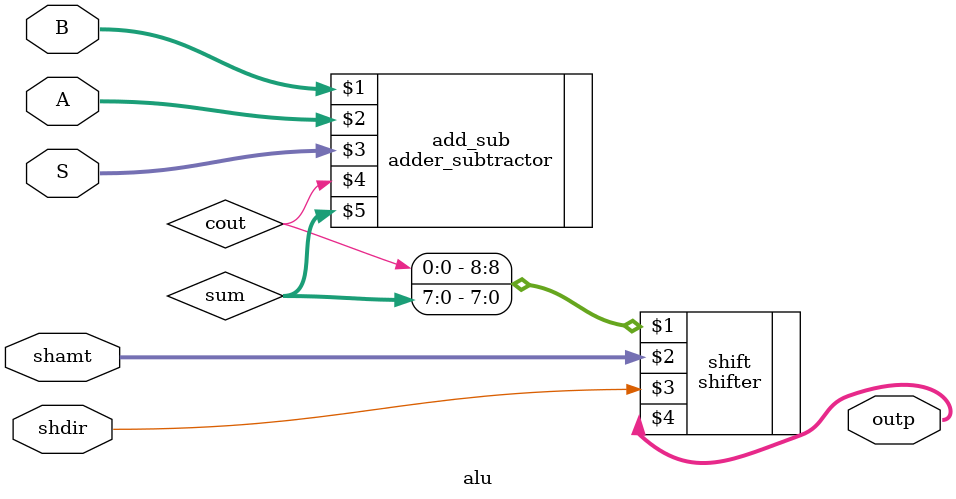
<source format=v>
module alu(A, B, S, shdir, shamt, outp);
input [7: 0] A, B;
input [2: 0] S;
input [2: 0] shamt;
input shdir;
output [8: 0] outp;

wire [7: 0] sum;
wire cout;

//adder adder_subtractor(X, Y, S, Cout, G);
adder_subtractor add_sub(B, A, S, cout, sum);

//shifter(data, shamt, shdir, outp);
shifter shift({cout, sum}, shamt, shdir, outp);

endmodule

</source>
